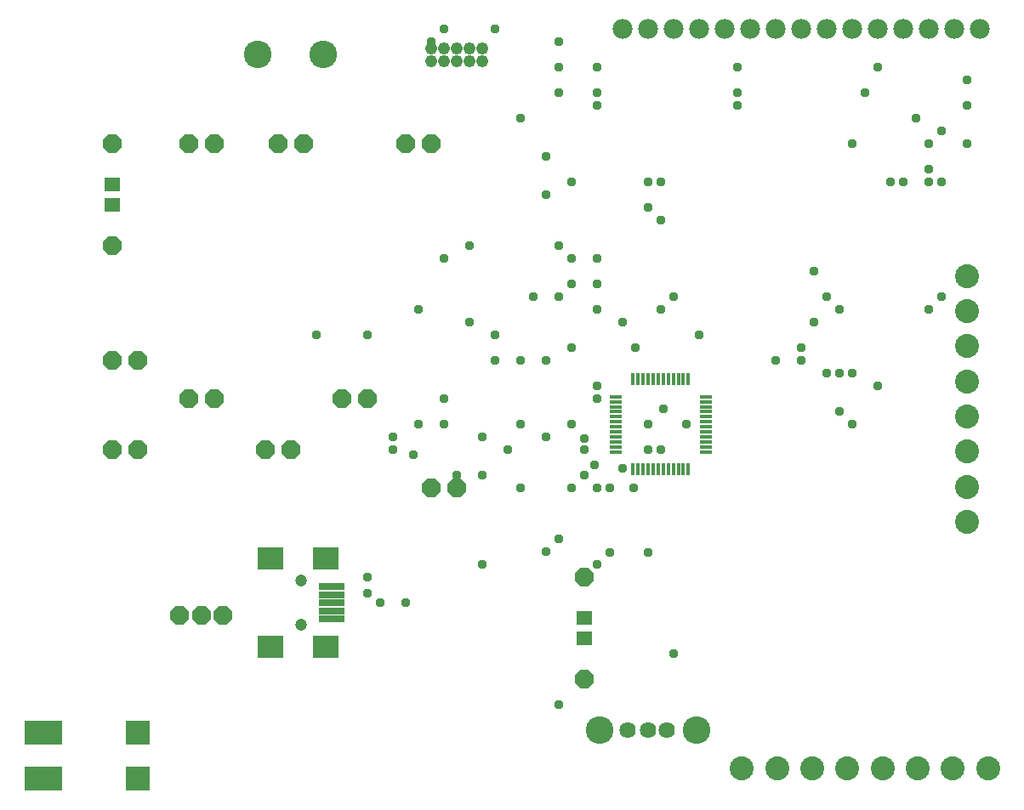
<source format=gbr>
G04 EAGLE Gerber RS-274X export*
G75*
%MOMM*%
%FSLAX34Y34*%
%LPD*%
%INSoldermask Top*%
%IPPOS*%
%AMOC8*
5,1,8,0,0,1.08239X$1,22.5*%
G01*
%ADD10P,1.951982X8X22.500000*%
%ADD11R,2.603200X2.203200*%
%ADD12R,2.511200X0.703200*%
%ADD13C,1.203200*%
%ADD14R,0.403200X1.203200*%
%ADD15R,1.203200X0.403200*%
%ADD16P,2.034460X8X202.500000*%
%ADD17C,1.219200*%
%ADD18C,1.981200*%
%ADD19C,2.387600*%
%ADD20R,3.759200X2.387600*%
%ADD21R,2.489200X2.387600*%
%ADD22P,2.034460X8X112.500000*%
%ADD23R,1.600000X1.400000*%
%ADD24P,2.034460X8X292.500000*%
%ADD25C,1.625600*%
%ADD26C,2.743200*%
%ADD27C,0.959600*%


D10*
X177800Y406400D03*
X203200Y406400D03*
X101600Y355600D03*
X127000Y355600D03*
X101600Y444500D03*
X127000Y444500D03*
X330200Y406400D03*
X355600Y406400D03*
X393700Y660400D03*
X419100Y660400D03*
X254000Y355600D03*
X279400Y355600D03*
X419100Y317500D03*
X444500Y317500D03*
X266700Y660400D03*
X292100Y660400D03*
X177800Y660400D03*
X203200Y660400D03*
D11*
X314400Y247200D03*
D12*
X320040Y219200D03*
X320040Y211200D03*
X320040Y203200D03*
X320040Y195200D03*
X320040Y187200D03*
D11*
X259400Y247200D03*
X314400Y159200D03*
X259400Y159200D03*
D13*
X289400Y225200D03*
X289400Y181200D03*
D14*
X620200Y336000D03*
X625200Y336000D03*
X630200Y336000D03*
X635200Y336000D03*
X640200Y336000D03*
X645200Y336000D03*
X650200Y336000D03*
X655200Y336000D03*
X660200Y336000D03*
X665200Y336000D03*
X670200Y336000D03*
X675200Y336000D03*
D15*
X692700Y353500D03*
X692700Y358500D03*
X692700Y363500D03*
X692700Y368500D03*
X692700Y373500D03*
X692700Y378500D03*
X692700Y383500D03*
X692700Y388500D03*
X692700Y393500D03*
X692700Y398500D03*
X692700Y403500D03*
X692700Y408500D03*
D14*
X675200Y426000D03*
X670200Y426000D03*
X665200Y426000D03*
X660200Y426000D03*
X655200Y426000D03*
X650200Y426000D03*
X645200Y426000D03*
X640200Y426000D03*
X635200Y426000D03*
X630200Y426000D03*
X625200Y426000D03*
X620200Y426000D03*
D15*
X602700Y408500D03*
X602700Y403500D03*
X602700Y398500D03*
X602700Y393500D03*
X602700Y388500D03*
X602700Y383500D03*
X602700Y378500D03*
X602700Y373500D03*
X602700Y368500D03*
X602700Y363500D03*
X602700Y358500D03*
X602700Y353500D03*
D16*
X212090Y190500D03*
X190500Y190500D03*
X168910Y190500D03*
D17*
X431800Y742950D03*
X444500Y742950D03*
X457200Y742950D03*
X469900Y742950D03*
X419100Y742950D03*
X431800Y755650D03*
X444500Y755650D03*
X457200Y755650D03*
X469900Y755650D03*
X419100Y755650D03*
D18*
X609600Y774700D03*
X635000Y774700D03*
X660400Y774700D03*
X685800Y774700D03*
X711200Y774700D03*
X736600Y774700D03*
X762000Y774700D03*
X787400Y774700D03*
X812800Y774700D03*
X838200Y774700D03*
X863600Y774700D03*
X889000Y774700D03*
X914400Y774700D03*
X939800Y774700D03*
X965200Y774700D03*
D19*
X833400Y38100D03*
X868400Y38100D03*
X903400Y38100D03*
X938400Y38100D03*
X973400Y38100D03*
X798400Y38100D03*
X763400Y38100D03*
X728400Y38100D03*
X952500Y423900D03*
X952500Y388900D03*
X952500Y353900D03*
X952500Y318900D03*
X952500Y283900D03*
X952500Y458900D03*
X952500Y493900D03*
X952500Y528900D03*
D20*
X33020Y73660D03*
X33020Y27940D03*
D21*
X127000Y73660D03*
X127000Y27940D03*
D22*
X101600Y558800D03*
X101600Y660400D03*
D23*
X101600Y599346D03*
X101600Y619854D03*
D24*
X571500Y228600D03*
X571500Y127000D03*
D23*
X571500Y188054D03*
X571500Y167546D03*
D25*
X635000Y76200D03*
D26*
X683000Y76200D03*
X587000Y76200D03*
D25*
X615000Y76200D03*
X654000Y76200D03*
D26*
X311900Y749300D03*
X246900Y749300D03*
D27*
X584200Y317500D03*
X584200Y241300D03*
X558800Y317500D03*
X508000Y317500D03*
X495300Y355600D03*
X469900Y368300D03*
X469900Y330200D03*
X444500Y330200D03*
X635000Y355600D03*
X635000Y381000D03*
X673100Y381000D03*
X660576Y152400D03*
X381000Y368300D03*
X401750Y350950D03*
X431800Y381000D03*
X431800Y406400D03*
X581798Y340498D03*
X609600Y336776D03*
X469900Y241300D03*
X533400Y254000D03*
X304800Y469900D03*
X355600Y469900D03*
X546100Y266700D03*
X571500Y330200D03*
X546100Y101600D03*
X622300Y457200D03*
X558800Y457200D03*
X546100Y508000D03*
X546100Y558800D03*
X533400Y609600D03*
X533400Y647700D03*
X584200Y406400D03*
X457200Y482600D03*
X584200Y419100D03*
X368300Y203200D03*
X393700Y203200D03*
X482600Y444500D03*
X482600Y469900D03*
X558800Y520700D03*
X584200Y520700D03*
X355600Y212624D03*
X355600Y228600D03*
X381000Y355600D03*
X406400Y381000D03*
X406400Y495300D03*
X431800Y546100D03*
X558800Y546100D03*
X584200Y546100D03*
X838200Y381000D03*
X863600Y419100D03*
X635000Y596900D03*
X635000Y622300D03*
X838200Y431800D03*
X647700Y584200D03*
X647700Y622300D03*
X520700Y508000D03*
X685800Y469900D03*
X508000Y444500D03*
X508000Y381000D03*
X558800Y381000D03*
X571500Y366924D03*
X533400Y368300D03*
X533400Y444500D03*
X762000Y444500D03*
X800100Y482600D03*
X800100Y533400D03*
X876300Y622300D03*
X838200Y660400D03*
X571500Y355600D03*
X457200Y558800D03*
X558800Y622300D03*
X584200Y698500D03*
X723900Y698500D03*
X825500Y431800D03*
X825500Y495300D03*
X914400Y495300D03*
X914400Y622300D03*
X889000Y622300D03*
X812800Y431800D03*
X812800Y508000D03*
X927100Y508000D03*
X927100Y622300D03*
X927100Y673100D03*
X647700Y355600D03*
X609600Y482600D03*
X508000Y685800D03*
X584200Y495300D03*
X431800Y774700D03*
X482600Y774700D03*
X546100Y711200D03*
X584200Y711200D03*
X723900Y711200D03*
X850900Y711200D03*
X901700Y685800D03*
X914400Y660400D03*
X914400Y635000D03*
X419100Y762000D03*
X546100Y762000D03*
X546100Y736600D03*
X584200Y736600D03*
X723900Y736600D03*
X863600Y736600D03*
X952500Y723900D03*
X952500Y698500D03*
X952500Y660400D03*
X660400Y508000D03*
X787400Y457200D03*
X650200Y396200D03*
X825500Y393700D03*
X647700Y495300D03*
X787400Y444500D03*
X596900Y317500D03*
X596900Y253548D03*
X635000Y253548D03*
X620924Y317500D03*
M02*

</source>
